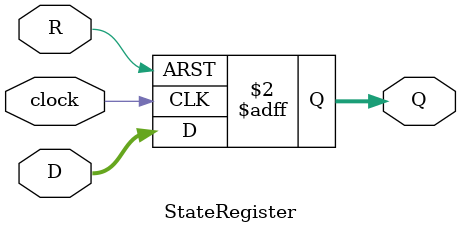
<source format=v>
module StateRegister (Q, D, R, clock);
	parameter N = 8; // number of bits
	output reg [N-1:0]Q; // registered output
	input [N-1:0]D; // data input
	input R; // positive logic asynchronous reset
	input clock; // positive edge clock
	
	always @(posedge clock or posedge R) begin
		if(R)
			Q <= 0;
		else
			Q <= D;
	end
endmodule
</source>
